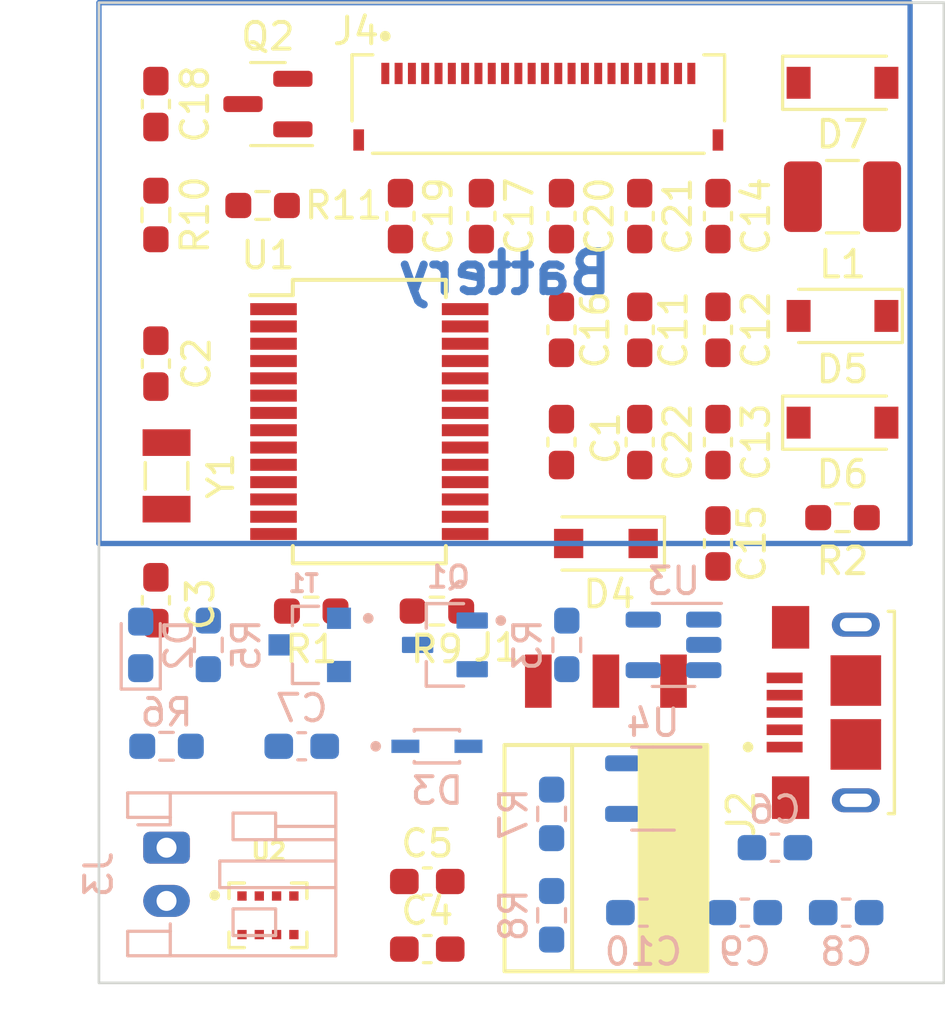
<source format=kicad_pcb>
(kicad_pcb (version 20211014) (generator pcbnew)
  (layers (0 "F.Cu" signal) (31 "B.Cu" signal) (34 "B.Paste" user) (35 "F.Paste" user) (36 "B.SilkS" user "B.Silkscreen") (37 "F.SilkS" user "F.Silkscreen") (38 "B.Mask" user) (39 "F.Mask" user) (44 "Edge.Cuts" user))
  (net 0 "")
  (net 1 "+3.3V")
  (net 2 "GND")
  (net 3 "/OSC1")
  (net 4 "/OSC2")
  (net 5 "+5V")
  (net 6 "+BATT")
  (net 7 "Net-(C8-Pad1)")
  (net 8 "/BATT_V")
  (net 9 "/Screen/VDD")
  (net 10 "Net-(C12-Pad1)")
  (net 11 "Net-(C12-Pad2)")
  (net 12 "/Screen/PREVGL")
  (net 13 "Net-(C13-Pad2)")
  (net 14 "/Screen/PREVGH")
  (net 15 "Net-(C17-Pad1)")
  (net 16 "Net-(C18-Pad2)")
  (net 17 "Net-(C19-Pad1)")
  (net 18 "Net-(C20-Pad1)")
  (net 19 "Net-(C21-Pad1)")
  (net 20 "Net-(U1-Pad6)")
  (net 21 "Net-(D2-Pad1)")
  (net 22 "/ISCPCLK")
  (net 23 "/ISCPDAT")
  (net 24 "/~{MCLR}")
  (net 25 "/D-")
  (net 26 "/D+")
  (net 29 "/Screen/GDR")
  (net 30 "/Screen/RESE")
  (net 33 "/BUSY")
  (net 34 "/RES#")
  (net 35 "/D{slash}C#")
  (net 36 "/SS1")
  (net 37 "/SCK")
  (net 38 "/SDI")
  (net 39 "Net-(Q1-Pad2)")
  (net 40 "Net-(J2-Pad6)")
  (net 41 "Net-(U3-Pad5)")
  (net 42 "Net-(R5-Pad2)")
  (net 43 "/BATT_OFF")
  (net 48 "/SS2")
  (footprint "e-ink:XDCR_DPS310" (layer "F.Cu") (at 86.36 134.62)
    (fp_text reference "U2" (at 0.032 -2.4064) (layer "F.SilkS") (effects (font (size 0.64 0.64))))
    (fp_text value "DPS310")
    (fp_line (start -1.4635 1.2135) (end -1.4635 0.635) (layer "F.SilkS") (width 0.127))
    (fp_line (start 1.4635 -1.2135) (end 0.885 -1.2135) (layer "F.SilkS") (width 0.127))
    (fp_line (start -0.885 -1.2135) (end -1.4635 -1.2135) (layer "F.SilkS") (width 0.127))
    (fp_line (start 1.4635 -0.635) (end 1.4635 -1.2135) (layer "F.SilkS") (width 0.127))
    (fp_line (start -1.4635 -0.635) (end -1.4635 -1.2135) (layer "F.SilkS") (width 0.127))
    (fp_line (start 1.4635 1.2135) (end 1.4635 0.635) (layer "F.SilkS") (width 0.127))
    (fp_line (start 1.4635 1.2135) (end 0.885 1.2135) (layer "F.SilkS") (width 0.127))
    (fp_line (start -0.885 1.2135) (end -1.4635 1.2135) (layer "F.SilkS") (width 0.127))
    (fp_circle (center -2 -0.75) (end -1.9 -0.75) (layer "F.SilkS") (width 0.2) (fill none))
    (pad "1" smd rect locked (at -0.975 -0.725) (size 0.35 0.35) (layers "F.Cu" "F.Mask") (net 2 "GND"))
    (pad "2" smd rect locked (at -0.325 -0.725) (size 0.35 0.35) (layers "F.Cu" "F.Mask") (net 48 "/SS2"))
    (pad "3" smd rect locked (at 0.325 -0.725) (size 0.35 0.35) (layers "F.Cu" "F.Mask") (net 38 "/SDI"))
    (pad "4" smd rect locked (at 0.975 -0.725) (size 0.35 0.35) (layers "F.Cu" "F.Mask") (net 37 "/SCK"))
    (pad "5" smd rect locked (at 0.975 0.725) (size 0.35 0.35) (layers "F.Cu" "F.Mask"))
    (pad "6" smd rect locked (at 0.325 0.725) (size 0.35 0.35) (layers "F.Cu" "F.Mask") (net 1 "+3.3V"))
    (pad "7" smd rect locked (at -0.325 0.725) (size 0.35 0.35) (layers "F.Cu" "F.Mask") (net 2 "GND"))
    (pad "8" smd rect locked (at -0.975 0.725) (size 0.35 0.35) (layers "F.Cu" "F.Mask") (net 1 "+3.3V"))
  )
  (footprint "Package_TO_SOT_SMD:SOT-23" (layer "F.Cu") (at 86.36 104.14 180)
    (fp_text reference "Q2" (at 0 2.54) (layer "F.SilkS"))
    (fp_text value "AO3418")
    (fp_line (start 0 -1.56) (end 0.65 -1.56) (layer "F.SilkS") (width 0.12))
    (fp_line (start 0 1.56) (end -0.65 1.56) (layer "F.SilkS") (width 0.12))
    (fp_line (start 0 1.56) (end 0.65 1.56) (layer "F.SilkS") (width 0.12))
    (fp_line (start 0 -1.56) (end -1.675 -1.56) (layer "F.SilkS") (width 0.12))
    (pad "1" smd roundrect (at -0.9375 -0.95 180) (size 1.475 0.6) (layers "F.Cu" "F.Paste" "F.Mask") (net 29 "/Screen/GDR"))
    (pad "2" smd roundrect (at -0.9375 0.95 180) (size 1.475 0.6) (layers "F.Cu" "F.Paste" "F.Mask") (net 30 "/Screen/RESE"))
    (pad "3" smd roundrect (at 0.9375 0 180) (size 1.475 0.6) (layers "F.Cu" "F.Paste" "F.Mask") (net 10 "Net-(C12-Pad1)"))
  )
  (footprint "Diode_SMD:D_SOD-123" (layer "F.Cu") (at 107.95 116.11)
    (fp_text reference "D6" (at 0 1.94) (layer "F.SilkS"))
    (fp_text value "MBR0530")
    (fp_line (start -2.25 -1) (end 1.65 -1) (layer "F.SilkS") (width 0.12))
    (fp_line (start -2.25 -1) (end -2.25 1) (layer "F.SilkS") (width 0.12))
    (fp_line (start -2.25 1) (end 1.65 1) (layer "F.SilkS") (width 0.12))
    (pad "1" smd rect (at -1.65 0) (size 0.9 1.2) (layers "F.Cu" "F.Paste" "F.Mask") (net 13 "Net-(C13-Pad2)"))
    (pad "2" smd rect (at 1.65 0) (size 0.9 1.2) (layers "F.Cu" "F.Paste" "F.Mask") (net 11 "Net-(C12-Pad2)"))
  )
  (footprint "Resistor_SMD:R_0603_1608Metric_Pad0.98x0.95mm_HandSolder" (layer "F.Cu") (at 87.9875 123.19 180)
    (fp_text reference "R1" (at 0 -1.43) (layer "F.SilkS"))
    (fp_text value "10k")
    (fp_line (start -0.254724 -0.5225) (end 0.254724 -0.5225) (layer "F.SilkS") (width 0.12))
    (fp_line (start -0.254724 0.5225) (end 0.254724 0.5225) (layer "F.SilkS") (width 0.12))
    (pad "1" smd roundrect (at -0.9125 0 180) (size 0.975 0.95) (layers "F.Cu" "F.Paste" "F.Mask") (net 1 "+3.3V"))
    (pad "2" smd roundrect (at 0.9125 0 180) (size 0.975 0.95) (layers "F.Cu" "F.Paste" "F.Mask") (net 24 "/~{MCLR}"))
  )
  (footprint "Resistor_SMD:R_0603_1608Metric_Pad0.98x0.95mm_HandSolder" (layer "F.Cu") (at 107.95 119.68 180)
    (fp_text reference "R2" (at 0 -1.63) (layer "F.SilkS"))
    (fp_text value "1M")
    (fp_line (start -0.254724 0.5225) (end 0.254724 0.5225) (layer "F.SilkS") (width 0.12))
    (fp_line (start -0.254724 -0.5225) (end 0.254724 -0.5225) (layer "F.SilkS") (width 0.12))
    (pad "1" smd roundrect (at -0.9125 0 180) (size 0.975 0.95) (layers "F.Cu" "F.Paste" "F.Mask") (net 2 "GND"))
    (pad "2" smd roundrect (at 0.9125 0 180) (size 0.975 0.95) (layers "F.Cu" "F.Paste" "F.Mask") (net 40 "Net-(J2-Pad6)"))
  )
  (footprint "e-ink:PinHeader_3x2.54_SMD_90deg" (layer "F.Cu") (at 101.6 125.8225 180)
    (fp_text reference "J1" (at 6.65 1.2625) (layer "F.SilkS"))
    (fp_text value "Conn_01x03_Female")
    (fp_line (start -1.27 -2.4) (end 6.35 -2.4) (layer "F.SilkS") (width 0.15))
    (fp_line (start -1.27 -2.4) (end -1.27 -10.9) (layer "F.SilkS") (width 0.15))
    (fp_line (start 6.35 -2.4) (end 6.35 -10.9) (layer "F.SilkS") (width 0.15))
    (fp_line (start -1.27 -10.9) (end 6.35 -10.9) (layer "F.SilkS") (width 0.15))
    (fp_line (start 3.81 -2.4) (end 3.81 -10.9) (layer "F.SilkS") (width 0.15))
    (fp_line (start 1.27 -2.4) (end 1.27 -10.9) (layer "F.SilkS") (width 0.15))
    (fp_poly (pts (xy -1.2192 -10.8458) (xy 1.2192 -10.8458) (xy 1.2192 -2.4638) (xy -1.2192 -2.4638)) (layer "F.SilkS") (width 0.15) (fill solid))
    (pad "1" smd rect (at 0 0 180) (size 1 2) (layers "F.Cu" "F.Paste" "F.Mask") (net 22 "/ISCPCLK"))
    (pad "2" smd rect (at 2.54 0 180) (size 1 2) (layers "F.Cu" "F.Paste" "F.Mask") (net 23 "/ISCPDAT"))
    (pad "3" smd rect (at 5.08 0 180) (size 1 2) (layers "F.Cu" "F.Paste" "F.Mask") (net 24 "/~{MCLR}"))
  )
  (footprint "Capacitor_SMD:C_0603_1608Metric_Pad1.08x0.95mm_HandSolder" (layer "F.Cu") (at 103.27 120.65 -90)
    (fp_text reference "C15" (at 0 -1.27 90) (layer "F.SilkS"))
    (fp_text value "1uF")
    (fp_line (start -0.146267 -0.51) (end 0.146267 -0.51) (layer "F.SilkS") (width 0.12))
    (fp_line (start -0.146267 0.51) (end 0.146267 0.51) (layer "F.SilkS") (width 0.12))
    (pad "1" smd roundrect (at -0.8625 0 270) (size 1.075 0.95) (layers "F.Cu" "F.Paste" "F.Mask") (net 1 "+3.3V"))
    (pad "2" smd roundrect (at 0.8625 0 270) (size 1.075 0.95) (layers "F.Cu" "F.Paste" "F.Mask") (net 2 "GND"))
  )
  (footprint "Capacitor_SMD:C_0603_1608Metric_Pad1.08x0.95mm_HandSolder" (layer "F.Cu") (at 82.15 104.14 90)
    (fp_text reference "C18" (at 0 1.47 90) (layer "F.SilkS"))
    (fp_text value "1uF")
    (fp_line (start -0.146267 0.51) (end 0.146267 0.51) (layer "F.SilkS") (width 0.12))
    (fp_line (start -0.146267 -0.51) (end 0.146267 -0.51) (layer "F.SilkS") (width 0.12))
    (pad "1" smd roundrect (at -0.8625 0 90) (size 1.075 0.95) (layers "F.Cu" "F.Paste" "F.Mask") (net 2 "GND"))
    (pad "2" smd roundrect (at 0.8625 0 90) (size 1.075 0.95) (layers "F.Cu" "F.Paste" "F.Mask") (net 16 "Net-(C18-Pad2)"))
  )
  (footprint "Capacitor_SMD:C_0603_1608Metric_Pad1.08x0.95mm_HandSolder" (layer "F.Cu") (at 100.33 112.6225 90)
    (fp_text reference "C11" (at 0 1.27 90) (layer "F.SilkS"))
    (fp_text value "1uF")
    (fp_line (start -0.146267 -0.51) (end 0.146267 -0.51) (layer "F.SilkS") (width 0.12))
    (fp_line (start -0.146267 0.51) (end 0.146267 0.51) (layer "F.SilkS") (width 0.12))
    (pad "1" smd roundrect (at -0.8625 0 90) (size 1.075 0.95) (layers "F.Cu" "F.Paste" "F.Mask") (net 2 "GND"))
    (pad "2" smd roundrect (at 0.8625 0 90) (size 1.075 0.95) (layers "F.Cu" "F.Paste" "F.Mask") (net 9 "/Screen/VDD"))
  )
  (footprint "Capacitor_SMD:C_0603_1608Metric_Pad1.08x0.95mm_HandSolder" (layer "F.Cu") (at 103.27 116.84 -90)
    (fp_text reference "C13" (at 0 -1.43 -90) (layer "F.SilkS"))
    (fp_text value "1uF")
    (fp_line (start -0.146267 0.51) (end 0.146267 0.51) (layer "F.SilkS") (width 0.12))
    (fp_line (start -0.146267 -0.51) (end 0.146267 -0.51) (layer "F.SilkS") (width 0.12))
    (pad "1" smd roundrect (at -0.8625 0 270) (size 1.075 0.95) (layers "F.Cu" "F.Paste" "F.Mask") (net 12 "/Screen/PREVGL"))
    (pad "2" smd roundrect (at 0.8625 0 270) (size 1.075 0.95) (layers "F.Cu" "F.Paste" "F.Mask") (net 13 "Net-(C13-Pad2)"))
  )
  (footprint "e-ink:AMPHENOL_10118193-0001LF" (layer "F.Cu") (at 108.45 127 90)
    (fp_text reference "J2" (at -3.81 -4.31 90) (layer "F.SilkS"))
    (fp_text value "USB_B_Micro")
    (fp_line (start 3.8 1.45) (end 3.8 1.22) (layer "F.SilkS") (width 0.127))
    (fp_line (start -3.8 1.45) (end -3.8 1.22) (layer "F.SilkS") (width 0.127))
    (fp_line (start -3.8 1.45) (end 3.8 1.45) (layer "F.SilkS") (width 0.127))
    (fp_circle (center -1.3 -4.05) (end -1.2 -4.05) (layer "F.SilkS") (width 0.2) (fill none))
    (pad "1" smd rect locked (at -1.3 -2.675 90) (size 0.4 1.35) (layers "F.Cu" "F.Paste" "F.Mask") (net 5 "+5V"))
    (pad "2" smd rect locked (at -0.65 -2.675 90) (size 0.4 1.35) (layers "F.Cu" "F.Paste" "F.Mask") (net 25 "/D-"))
    (pad "3" smd rect locked (at 0 -2.675 90) (size 0.4 1.35) (layers "F.Cu" "F.Paste" "F.Mask") (net 26 "/D+"))
    (pad "4" smd rect locked (at 0.65 -2.675 90) (size 0.4 1.35) (layers "F.Cu" "F.Paste" "F.Mask"))
    (pad "5" smd rect locked (at 1.3 -2.675 90) (size 0.4 1.35) (layers "F.Cu" "F.Paste" "F.Mask") (net 2 "GND"))
    (pad "S1" smd rect locked (at -3.2 -2.45 90) (size 1.6 1.4) (layers "F.Cu" "F.Paste" "F.Mask"))
    (pad "S2" smd rect locked (at 3.2 -2.45 90) (size 1.6 1.4) (layers "F.Cu" "F.Paste" "F.Mask"))
    (pad "S3" smd rect locked (at 1.2 0 90) (size 1.9 1.9) (layers "F.Cu" "F.Paste" "F.Mask"))
    (pad "S4" smd rect locked (at -1.2 0 90) (size 1.9 1.9) (layers "F.Cu" "F.Paste" "F.Mask"))
    (pad "S5" thru_hole oval locked (at -3.3 0 90) (size 0.9 1.8) (drill oval 0.5 1.2) (layers *.Cu *.Mask))
    (pad "S6" thru_hole oval locked (at 3.3 0 90) (size 0.9 1.8) (drill oval 0.5 1.2) (layers *.Cu *.Mask))
  )
  (footprint "Resistor_SMD:R_0603_1608Metric_Pad0.98x0.95mm_HandSolder" (layer "F.Cu") (at 86.16 107.95 180)
    (fp_text reference "R11" (at -3.04 0) (layer "F.SilkS"))
    (fp_text value "2R2")
    (fp_line (start -0.254724 -0.5225) (end 0.254724 -0.5225) (layer "F.SilkS") (width 0.12))
    (fp_line (start -0.254724 0.5225) (end 0.254724 0.5225) (layer "F.SilkS") (width 0.12))
    (pad "1" smd roundrect (at -0.9125 0 180) (size 0.975 0.95) (layers "F.Cu" "F.Paste" "F.Mask") (net 30 "/Screen/RESE"))
    (pad "2" smd roundrect (at 0.9125 0 180) (size 0.975 0.95) (layers "F.Cu" "F.Paste" "F.Mask") (net 2 "GND"))
  )
  (footprint "Capacitor_SMD:C_0603_1608Metric_Pad1.08x0.95mm_HandSolder" (layer "F.Cu") (at 97.39 108.35 -90)
    (fp_text reference "C20" (at 0 -1.43 90) (layer "F.SilkS"))
    (fp_text value "1uF")
    (fp_line (start -0.146267 -0.51) (end 0.146267 -0.51) (layer "F.SilkS") (width 0.12))
    (fp_line (start -0.146267 0.51) (end 0.146267 0.51) (layer "F.SilkS") (width 0.12))
    (pad "1" smd roundrect (at -0.8625 0 270) (size 1.075 0.95) (layers "F.Cu" "F.Paste" "F.Mask") (net 18 "Net-(C20-Pad1)"))
    (pad "2" smd roundrect (at 0.8625 0 270) (size 1.075 0.95) (layers "F.Cu" "F.Paste" "F.Mask") (net 2 "GND"))
  )
  (footprint "Diode_SMD:D_SOD-123F" (layer "F.Cu") (at 99.06 120.65 180)
    (fp_text reference "D4" (at -0.127 -1.905) (layer "F.SilkS"))
    (fp_text value "SMF5.0A")
    (fp_line (start -2.2 -1) (end 1.65 -1) (layer "F.SilkS") (width 0.12))
    (fp_line (start -2.2 -1) (end -2.2 1) (layer "F.SilkS") (width 0.12))
    (fp_line (start -2.2 1) (end 1.65 1) (layer "F.SilkS") (width 0.12))
    (pad "1" smd rect (at -1.4 0 180) (size 1.1 1.1) (layers "F.Cu" "F.Paste" "F.Mask") (net 5 "+5V"))
    (pad "2" smd rect (at 1.4 0 180) (size 1.1 1.1) (layers "F.Cu" "F.Paste" "F.Mask") (net 2 "GND"))
  )
  (footprint "Resistor_SMD:R_0603_1608Metric_Pad0.98x0.95mm_HandSolder" (layer "F.Cu") (at 92.71 123.19 180)
    (fp_text reference "R9" (at 0 -1.43) (layer "F.SilkS"))
    (fp_text value "0R")
    (fp_line (start -0.254724 0.5225) (end 0.254724 0.5225) (layer "F.SilkS") (width 0.12))
    (fp_line (start -0.254724 -0.5225) (end 0.254724 -0.5225) (layer "F.SilkS") (width 0.12))
    (pad "1" smd roundrect (at -0.9125 0 180) (size 0.975 0.95) (layers "F.Cu" "F.Paste" "F.Mask") (net 9 "/Screen/VDD"))
    (pad "2" smd roundrect (at 0.9125 0 180) (size 0.975 0.95) (layers "F.Cu" "F.Paste" "F.Mask") (net 1 "+3.3V"))
  )
  (footprint "Capacitor_SMD:C_0603_1608Metric_Pad1.08x0.95mm_HandSolder" (layer "F.Cu") (at 92.3475 133.35)
    (fp_text reference "C5" (at 0 -1.43) (layer "F.SilkS"))
    (fp_text value "100nF")
    (fp_line (start -0.146267 0.51) (end 0.146267 0.51) (layer "F.SilkS") (width 0.12))
    (fp_line (start -0.146267 -0.51) (end 0.146267 -0.51) (layer "F.SilkS") (width 0.12))
    (pad "1" smd roundrect (at -0.8625 0) (size 1.075 0.95) (layers "F.Cu" "F.Paste" "F.Mask") (net 1 "+3.3V"))
    (pad "2" smd roundrect (at 0.8625 0) (size 1.075 0.95) (layers "F.Cu" "F.Paste" "F.Mask") (net 2 "GND"))
  )
  (footprint "Capacitor_SMD:C_0603_1608Metric_Pad1.08x0.95mm_HandSolder" (layer "F.Cu") (at 97.39 116.84 -90)
    (fp_text reference "C1" (at -0.146267 -1.67 90) (layer "F.SilkS"))
    (fp_text value "0.1uF")
    (fp_line (start -0.146267 -0.51) (end 0.146267 -0.51) (layer "F.SilkS") (width 0.12))
    (fp_line (start -0.146267 0.51) (end 0.146267 0.51) (layer "F.SilkS") (width 0.12))
    (pad "1" smd roundrect (at -0.8625 0 270) (size 1.075 0.95) (layers "F.Cu" "F.Paste" "F.Mask") (net 1 "+3.3V"))
    (pad "2" smd roundrect (at 0.8625 0 270) (size 1.075 0.95) (layers "F.Cu" "F.Paste" "F.Mask") (net 2 "GND"))
  )
  (footprint "Capacitor_SMD:C_0603_1608Metric_Pad1.08x0.95mm_HandSolder" (layer "F.Cu") (at 103.27 108.35 -90)
    (fp_text reference "C14" (at 0 -1.43 90) (layer "F.SilkS"))
    (fp_text value "1uF")
    (fp_line (start -0.146267 0.51) (end 0.146267 0.51) (layer "F.SilkS") (width 0.12))
    (fp_line (start -0.146267 -0.51) (end 0.146267 -0.51) (layer "F.SilkS") (width 0.12))
    (pad "1" smd roundrect (at -0.8625 0 270) (size 1.075 0.95) (layers "F.Cu" "F.Paste" "F.Mask") (net 14 "/Screen/PREVGH"))
    (pad "2" smd roundrect (at 0.8625 0 270) (size 1.075 0.95) (layers "F.Cu" "F.Paste" "F.Mask") (net 2 "GND"))
  )
  (footprint "Capacitor_SMD:C_0603_1608Metric_Pad1.08x0.95mm_HandSolder" (layer "F.Cu") (at 100.33 108.35 -90)
    (fp_text reference "C21" (at 0 -1.43 90) (layer "F.SilkS"))
    (fp_text value "1uF")
    (fp_line (start -0.146267 0.51) (end 0.146267 0.51) (layer "F.SilkS") (width 0.12))
    (fp_line (start -0.146267 -0.51) (end 0.146267 -0.51) (layer "F.SilkS") (width 0.12))
    (pad "1" smd roundrect (at -0.8625 0 270) (size 1.075 0.95) (layers "F.Cu" "F.Paste" "F.Mask") (net 19 "Net-(C21-Pad1)"))
    (pad "2" smd roundrect (at 0.8625 0 270) (size 1.075 0.95) (layers "F.Cu" "F.Paste" "F.Mask") (net 2 "GND"))
  )
  (footprint "e-ink:PANASONIC_AYF532435" (layer "F.Cu") (at 96.52 104.14)
    (fp_text reference "J4" (at -6.85 -2.74) (layer "F.SilkS"))
    (fp_text value "EINK")
    (fp_line (start 7 -1.85) (end 7 0.63) (layer "F.SilkS") (width 0.127))
    (fp_line (start -7 -1.85) (end -6.22 -1.85) (layer "F.SilkS") (width 0.127))
    (fp_line (start 6.22 -1.85) (end 7 -1.85) (layer "F.SilkS") (width 0.127))
    (fp_line (start -6.23 1.85) (end 6.23 1.85) (layer "F.SilkS") (width 0.127))
    (fp_line (start -7 0.63) (end -7 -1.85) (layer "F.SilkS") (width 0.127))
    (fp_circle (center -5.75 -2.55) (end -5.65 -2.55) (layer "F.SilkS") (width 0.2) (fill none))
    (pad "1" smd rect locked (at -5.75 -1.15) (size 0.3 0.8) (layers "F.Cu" "F.Mask"))
    (pad "2" smd rect locked (at -5.25 -1.15) (size 0.3 0.8) (layers "F.Cu" "F.Mask") (net 29 "/Screen/GDR"))
    (pad "3" smd rect locked (at -4.75 -1.15) (size 0.3 0.8) (layers "F.Cu" "F.Mask") (net 30 "/Screen/RESE"))
    (pad "4" smd rect locked (at -4.25 -1.15) (size 0.3 0.8) (layers "F.Cu" "F.Mask") (net 16 "Net-(C18-Pad2)"))
    (pad "5" smd rect locked (at -3.75 -1.15) (size 0.3 0.8) (layers "F.Cu" "F.Mask") (net 17 "Net-(C19-Pad1)"))
    (pad "6" smd rect locked (at -3.25 -1.15) (size 0.3 0.8) (layers "F.Cu" "F.Mask"))
    (pad "7" smd rect locked (at -2.75 -1.15) (size 0.3 0.8) (layers "F.Cu" "F.Mask"))
    (pad "8" smd rect locked (at -2.25 -1.15) (size 0.3 0.8) (layers "F.Cu" "F.Mask") (net 2 "GND"))
    (pad "9" smd rect locked (at -1.75 -1.15) (size 0.3 0.8) (layers "F.Cu" "F.Mask") (net 33 "/BUSY"))
    (pad "10" smd rect locked (at -1.25 -1.15) (size 0.3 0.8) (layers "F.Cu" "F.Mask") (net 34 "/RES#"))
    (pad "11" smd rect locked (at -0.75 -1.15) (size 0.3 0.8) (layers "F.Cu" "F.Mask") (net 35 "/D{slash}C#"))
    (pad "12" smd rect locked (at -0.25 -1.15) (size 0.3 0.8) (layers "F.Cu" "F.Mask") (net 36 "/SS1"))
    (pad "13" smd rect locked (at 0.25 -1.15) (size 0.3 0.8) (layers "F.Cu" "F.Mask") (net 37 "/SCK"))
    (pad "14" smd rect locked (at 0.75 -1.15) (size 0.3 0.8) (layers "F.Cu" "F.Mask") (net 38 "/SDI"))
    (pad "15" smd rect locked (at 1.25 -1.15) (size 0.3 0.8) (layers "F.Cu" "F.Mask") (net 1 "+3.3V"))
    (pad "16" smd rect locked (at 1.75 -1.15) (size 0.3 0.8) (layers "F.Cu" "F.Mask") (net 1 "+3.3V"))
    (pad "17" smd rect locked (at 2.25 -1.15) (size 0.3 0.8) (layers "F.Cu" "F.Mask") (net 2 "GND"))
    (pad "18" smd rect locked (at 2.75 -1.15) (size 0.3 0.8) (layers "F.Cu" "F.Mask") (net 9 "/Screen/VDD"))
    (pad "19" smd rect locked (at 3.25 -1.15) (size 0.3 0.8) (layers "F.Cu" "F.Mask") (net 2 "GND"))
    (pad "20" smd rect locked (at 3.75 -1.15) (size 0.3 0.8) (layers "F.Cu" "F.Mask") (net 15 "Net-(C17-Pad1)"))
    (pad "21" smd rect locked (at 4.25 -1.15) (size 0.3 0.8) (layers "F.Cu" "F.Mask") (net 14 "/Screen/PREVGH"))
    (pad "22" smd rect locked (at 4.75 -1.15) (size 0.3 0.8) (layers "F.Cu" "F.Mask") (net 18 "Net-(C20-Pad1)"))
    (pad "23" smd rect locked (at 5.25 -1.15) (size 0.3 0.8) (layers "F.Cu" "F.Mask") (net 12 "/Screen/PREVGL"))
    (pad "24" smd rect locked (at 5.75 -1.15) (size 0.3 0.8) (layers "F.Cu" "F.Mask") (net 19 "Net-(C21-Pad1)"))
    (pad "S1" smd rect locked (at -6.75 1.35) (size 0.4 0.8) (layers "F.Cu" "F.Paste" "F.Mask"))
    (pad "S2" smd rect locked (at 6.75 1.35) (size 0.4 0.8) (layers "F.Cu" "F.Paste" "F.Mask"))
  )
  (footprint "Diode_SMD:D_SOD-123" (layer "F.Cu") (at 107.95 103.34)
    (fp_text reference "D7" (at 0 1.94) (layer "F.SilkS"))
    (fp_text value "MBR0530")
    (fp_line (start -2.25 1) (end 1.65 1) (layer "F.SilkS") (width 0.12))
    (fp_line (start -2.25 -1) (end -2.25 1) (layer "F.SilkS") (width 0.12))
    (fp_line (start -2.25 -1) (end 1.65 -1) (layer "F.SilkS") (width 0.12))
    (pad "1" smd rect (at -1.65 0) (size 0.9 1.2) (layers "F.Cu" "F.Paste" "F.Mask") (net 14 "/Screen/PREVGH"))
    (pad "2" smd rect (at 1.65 0) (size 0.9 1.2) (layers "F.Cu" "F.Paste" "F.Mask") (net 10 "Net-(C12-Pad1)"))
  )
  (footprint "Capacitor_SMD:C_0603_1608Metric_Pad1.08x0.95mm_HandSolder" (layer "F.Cu") (at 82.15 113.8925 -90)
    (fp_text reference "C2" (at 0 -1.53 90) (layer "F.SilkS"))
    (fp_text value "7pF")
    (fp_line (start -0.146267 0.51) (end 0.146267 0.51) (layer "F.SilkS") (width 0.12))
    (fp_line (start -0.146267 -0.51) (end 0.146267 -0.51) (layer "F.SilkS") (width 0.12))
    (pad "1" smd roundrect (at -0.8625 0 270) (size 1.075 0.95) (layers "F.Cu" "F.Paste" "F.Mask") (net 2 "GND"))
    (pad "2" smd roundrect (at 0.8625 0 270) (size 1.075 0.95) (layers "F.Cu" "F.Paste" "F.Mask") (net 3 "/OSC1"))
  )
  (footprint "e-ink:XTAL_FC-135R_32.7680KA-AG0" (layer "F.Cu") (at 82.55 118.11 90)
    (fp_text reference "Y1" (at 0 2.04 90) (layer "F.SilkS") (effects (font (size 0.940087 0.940087))))
    (fp_text value "32.768kHz")
    (fp_line (start -0.5 0.8) (end 0.5 0.8) (layer "F.SilkS") (width 0.127))
    (fp_line (start -0.5 -0.8) (end 0.5 -0.8) (layer "F.SilkS") (width 0.127))
    (pad "1" smd rect locked (at -1.25 0 90) (size 1 1.8) (layers "F.Cu" "F.Paste" "F.Mask") (net 4 "/OSC2"))
    (pad "2" smd rect locked (at 1.25 0 90) (size 1 1.8) (layers "F.Cu" "F.Paste" "F.Mask") (net 3 "/OSC1"))
  )
  (footprint "Capacitor_SMD:C_0603_1608Metric_Pad1.08x0.95mm_HandSolder" (layer "F.Cu") (at 91.34 108.35 -90)
    (fp_text reference "C19" (at 0 -1.43 90) (layer "F.SilkS"))
    (fp_text value "1uF")
    (fp_line (start -0.146267 -0.51) (end 0.146267 -0.51) (layer "F.SilkS") (width 0.12))
    (fp_line (start -0.146267 0.51) (end 0.146267 0.51) (layer "F.SilkS") (width 0.12))
    (pad "1" smd roundrect (at -0.8625 0 270) (size 1.075 0.95) (layers "F.Cu" "F.Paste" "F.Mask") (net 17 "Net-(C19-Pad1)"))
    (pad "2" smd roundrect (at 0.8625 0 270) (size 1.075 0.95) (layers "F.Cu" "F.Paste" "F.Mask") (net 2 "GND"))
  )
  (footprint "Package_SO:SSOP-28_5.3x10.2mm_P0.65mm" (layer "F.Cu") (at 90.17 116.07)
    (fp_text reference "U1" (at -3.81 -6.25) (layer "F.SilkS"))
    (fp_text value "PIC18F27J53_ISS")
    (fp_line (start 2.875 -5.325) (end 2.875 -4.675) (layer "F.SilkS") (width 0.15))
    (fp_line (start -2.875 -5.325) (end 2.875 -5.325) (layer "F.SilkS") (width 0.15))
    (fp_line (start -2.875 -4.75) (end -4.475 -4.75) (layer "F.SilkS") (width 0.15))
    (fp_line (start -2.875 5.325) (end -2.875 4.675) (layer "F.SilkS") (width 0.15))
    (fp_line (start 2.875 5.325) (end 2.875 4.675) (layer "F.SilkS") (width 0.15))
    (fp_line (start -2.875 5.325) (end 2.875 5.325) (layer "F.SilkS") (width 0.15))
    (fp_line (start -2.875 -5.325) (end -2.875 -4.75) (layer "F.SilkS") (width 0.15))
    (pad "1" smd rect (at -3.6 -4.225) (size 1.75 0.45) (layers "F.Cu" "F.Paste" "F.Mask") (net 24 "/~{MCLR}"))
    (pad "2" smd rect (at -3.6 -3.575) (size 1.75 0.45) (layers "F.Cu" "F.Paste" "F.Mask") (net 43 "/BATT_OFF"))
    (pad "3" smd rect (at -3.6 -2.925) (size 1.75 0.45) (layers "F.Cu" "F.Paste" "F.Mask") (net 8 "/BATT_V"))
    (pad "4" smd rect (at -3.6 -2.275) (size 1.75 0.45) (layers "F.Cu" "F.Paste" "F.Mask") (net 5 "+5V"))
    (pad "5" smd rect (at -3.6 -1.625) (size 1.75 0.45) (layers "F.Cu" "F.Paste" "F.Mask"))
    (pad "6" smd rect (at -3.6 -0.975) (size 1.75 0.45) (layers "F.Cu" "F.Paste" "F.Mask") (net 20 "Net-(U1-Pad6)"))
    (pad "7" smd rect (at -3.6 -0.325) (size 1.75 0.45) (layers "F.Cu" "F.Paste" "F.Mask"))
    (pad "8" smd rect (at -3.6 0.325) (size 1.75 0.45) (layers "F.Cu" "F.Paste" "F.Mask") (net 2 "GND"))
    (pad "9" smd rect (at -3.6 0.975) (size 1.75 0.45) (layers "F.Cu" "F.Paste" "F.Mask"))
    (pad "10" smd rect (at -3.6 1.625) (size 1.75 0.45) (layers "F.Cu" "F.Paste" "F.Mask"))
    (pad "11" smd rect (at -3.6 2.275) (size 1.75 0.45) (layers "F.Cu" "F.Paste" "F.Mask") (net 3 "/OSC1"))
    (pad "12" smd rect (at -3.6 2.925) (size 1.75 0.45) (layers "F.Cu" "F.Paste" "F.Mask") (net 4 "/OSC2"))
    (pad "13" smd rect (at -3.6 3.575) (size 1.75 0.45) (layers "F.Cu" "F.Paste" "F.Mask") (net 48 "/SS2"))
    (pad "14" smd rect (at -3.6 4.225) (size 1.75 0.45) (layers "F.Cu" "F.Paste" "F.Mask") (net 1 "+3.3V"))
    (pad "15" smd rect (at 3.6 4.225) (size 1.75 0.45) (layers "F.Cu" "F.Paste" "F.Mask") (net 25 "/D-"))
    (pad "16" smd rect (at 3.6 3.575) (size 1.75 0.45) (layers "F.Cu" "F.Paste" "F.Mask") (net 26 "/D+"))
    (pad "17" smd rect (at 3.6 2.925) (size 1.75 0.45) (layers "F.Cu" "F.Paste" "F.Mask"))
    (pad "18" smd rect (at 3.6 2.275) (size 1.75 0.45) (layers "F.Cu" "F.Paste" "F.Mask"))
    (pad "19" smd rect (at 3.6 1.625) (size 1.75 0.45) (layers "F.Cu" "F.Paste" "F.Mask") (net 2 "GND"))
    (pad "20" smd rect (at 3.6 0.975) (size 1.75 0.45) (layers "F.Cu" "F.Paste" "F.Mask") (net 1 "+3.3V"))
    (pad "21" smd rect (at 3.6 0.325) (size 1.75 0.45) (layers "F.Cu" "F.Paste" "F.Mask") (net 38 "/SDI"))
    (pad "22" smd rect (at 3.6 -0.325) (size 1.75 0.45) (layers "F.Cu" "F.Paste" "F.Mask") (net 37 "/SCK"))
    (pad "23" smd rect (at 3.6 -0.975) (size 1.75 0.45) (layers "F.Cu" "F.Paste" "F.Mask") (net 36 "/SS1"))
    (pad "24" smd rect (at 3.6 -1.625) (size 1.75 0.45) (layers "F.Cu" "F.Paste" "F.Mask") (net 35 "/D{slash}C#"))
    (pad "25" smd rect (at 3.6 -2.275) (size 1.75 0.45) (layers "F.Cu" "F.Paste" "F.Mask") (net 33 "/BUSY"))
    (pad "26" smd rect (at 3.6 -2.925) (size 1.75 0.45) (layers "F.Cu" "F.Paste" "F.Mask") (net 34 "/RES#"))
    (pad "27" smd rect (at 3.6 -3.575) (size 1.75 0.45) (layers "F.Cu" "F.Paste" "F.Mask") (net 22 "/ISCPCLK"))
    (pad "28" smd rect (at 3.6 -4.225) (size 1.75 0.45) (layers "F.Cu" "F.Paste" "F.Mask") (net 23 "/ISCPDAT"))
  )
  (footprint "Resistor_SMD:R_0603_1608Metric_Pad0.98x0.95mm_HandSolder" (layer "F.Cu") (at 82.15 108.3075 90)
    (fp_text reference "R10" (at 0 1.47 90) (layer "F.SilkS"))
    (fp_text value "10k")
    (fp_line (start -0.254724 -0.5225) (end 0.254724 -0.5225) (layer "F.SilkS") (width 0.12))
    (fp_line (start -0.254724 0.5225) (end 0.254724 0.5225) (layer "F.SilkS") (width 0.12))
    (pad "1" smd roundrect (at -0.9125 0 90) (size 0.975 0.95) (layers "F.Cu" "F.Paste" "F.Mask") (net 2 "GND"))
    (pad "2" smd roundrect (at 0.9125 0 90) (size 0.975 0.95) (layers "F.Cu" "F.Paste" "F.Mask") (net 29 "/Screen/GDR"))
  )
  (footprint "Capacitor_SMD:C_0603_1608Metric_Pad1.08x0.95mm_HandSolder" (layer "F.Cu") (at 97.39 112.6225 -90)
    (fp_text reference "C16" (at 0 -1.27 90) (layer "F.SilkS"))
    (fp_text value "1uF")
    (fp_line (start -0.146267 -0.51) (end 0.146267 -0.51) (layer "F.SilkS") (width 0.12))
    (fp_line (start -0.146267 0.51) (end 0.146267 0.51) (layer "F.SilkS") (width 0.12))
    (pad "1" smd roundrect (at -0.8625 0 270) (size 1.075 0.95) (layers "F.Cu" "F.Paste" "F.Mask") (net 9 "/Screen/VDD"))
    (pad "2" smd roundrect (at 0.8625 0 270) (size 1.075 0.95) (layers "F.Cu" "F.Paste" "F.Mask") (net 2 "GND"))
  )
  (footprint "Capacitor_SMD:C_0603_1608Metric_Pad1.08x0.95mm_HandSolder" (layer "F.Cu") (at 92.3475 135.89)
    (fp_text reference "C4" (at 0 -1.43) (layer "F.SilkS"))
    (fp_text value "100nF")
    (fp_line (start -0.146267 -0.51) (end 0.146267 -0.51) (layer "F.SilkS") (width 0.12))
    (fp_line (start -0.146267 0.51) (end 0.146267 0.51) (layer "F.SilkS") (width 0.12))
    (pad "1" smd roundrect (at -0.8625 0) (size 1.075 0.95) (layers "F.Cu" "F.Paste" "F.Mask") (net 2 "GND"))
    (pad "2" smd roundrect (at 0.8625 0) (size 1.075 0.95) (layers "F.Cu" "F.Paste" "F.Mask") (net 1 "+3.3V"))
  )
  (footprint "Capacitor_SMD:C_0603_1608Metric_Pad1.08x0.95mm_HandSolder" (layer "F.Cu") (at 94.38 108.35 -90)
    (fp_text reference "C17" (at 0 -1.43 90) (layer "F.SilkS"))
    (fp_text value "1uF")
    (fp_line (start -0.146267 0.51) (end 0.146267 0.51) (layer "F.SilkS") (width 0.12))
    (fp_line (start -0.146267 -0.51) (end 0.146267 -0.51) (layer "F.SilkS") (width 0.12))
    (pad "1" smd roundrect (at -0.8625 0 270) (size 1.075 0.95) (layers "F.Cu" "F.Paste" "F.Mask") (net 15 "Net-(C17-Pad1)"))
    (pad "2" smd roundrect (at 0.8625 0 270) (size 1.075 0.95) (layers "F.Cu" "F.Paste" "F.Mask") (net 2 "GND"))
  )
  (footprint "Capacitor_SMD:C_0603_1608Metric_Pad1.08x0.95mm_HandSolder" (layer "F.Cu") (at 103.27 112.6225 -90)
    (fp_text reference "C12" (at 0 -1.43 -90) (layer "F.SilkS"))
    (fp_text value "1uF")
    (fp_line (start -0.146267 -0.51) (end 0.146267 -0.51) (layer "F.SilkS") (width 0.12))
    (fp_line (start -0.146267 0.51) (end 0.146267 0.51) (layer "F.SilkS") (width 0.12))
    (pad "1" smd roundrect (at -0.8625 0 270) (size 1.075 0.95) (layers "F.Cu" "F.Paste" "F.Mask") (net 10 "Net-(C12-Pad1)"))
    (pad "2" smd roundrect (at 0.8625 0 270) (size 1.075 0.95) (layers "F.Cu" "F.Paste" "F.Mask") (net 11 "Net-(C12-Pad2)"))
  )
  (footprint "Capacitor_SMD:C_0603_1608Metric_Pad1.08x0.95mm_HandSolder" (layer "F.Cu") (at 100.33 116.84 -90)
    (fp_text reference "C22" (at 0 -1.43 90) (layer "F.SilkS"))
    (fp_text value "10uF")
    (fp_line (start -0.146267 -0.51) (end 0.146267 -0.51) (layer "F.SilkS") (width 0.12))
    (fp_line (start -0.146267 0.51) (end 0.146267 0.51) (layer "F.SilkS") (width 0.12))
    (pad "1" smd roundrect (at -0.8625 0 270) (size 1.075 0.95) (layers "F.Cu" "F.Paste" "F.Mask") (net 2 "GND"))
    (pad "2" smd roundrect (at 0.8625 0 270) (size 1.075 0.95) (layers "F.Cu" "F.Paste" "F.Mask") (net 20 "Net-(U1-Pad6)"))
  )
  (footprint "Capacitor_SMD:C_0603_1608Metric_Pad1.08x0.95mm_HandSolder" (layer "F.Cu") (at 82.15 122.7825 90)
    (fp_text reference "C3" (at -0.146267 1.67 90) (layer "F.SilkS"))
    (fp_text value "7pF")
    (fp_line (start -0.146267 -0.51) (end 0.146267 -0.51) (layer "F.SilkS") (width 0.12))
    (fp_line (start -0.146267 0.51) (end 0.146267 0.51) (layer "F.SilkS") (width 0.12))
    (pad "1" smd roundrect (at -0.8625 0 90) (size 1.075 0.95) (layers "F.Cu" "F.Paste" "F.Mask") (net 2 "GND"))
    (pad "2" smd roundrect (at 0.8625 0 90) (size 1.075 0.95) (layers "F.Cu" "F.Paste" "F.Mask") (net 4 "/OSC2"))
  )
  (footprint "Diode_SMD:D_SOD-123" (layer "F.Cu") (at 107.95 112.1 180)
    (fp_text reference "D5" (at 0 -2) (layer "F.SilkS"))
    (fp_text value "MBR0530")
    (fp_line (start -2.25 -1) (end 1.65 -1) (layer "F.SilkS") (width 0.12))
    (fp_line (start -2.25 1) (end 1.65 1) (layer "F.SilkS") (width 0.12))
    (fp_line (start -2.25 -1) (end -2.25 1) (layer "F.SilkS") (width 0.12))
    (pad "1" smd rect (at -1.65 0 180) (size 0.9 1.2) (layers "F.Cu" "F.Paste" "F.Mask") (net 11 "Net-(C12-Pad2)"))
    (pad "2" smd rect (at 1.65 0 180) (size 0.9 1.2) (layers "F.Cu" "F.Paste" "F.Mask") (net 12 "/Screen/PREVGL"))
  )
  (footprint "Inductor_SMD:L_1210_3225Metric_Pad1.42x2.65mm_HandSolder" (layer "F.Cu") (at 107.95 107.62)
    (fp_text reference "L1" (at 0 2.54) (layer "F.SilkS"))
    (fp_text value "47uH")
    (fp_line (start -0.602064 -1.36) (end 0.602064 -1.36) (layer "F.SilkS") (width 0.12))
    (fp_line (start -0.602064 1.36) (end 0.602064 1.36) (layer "F.SilkS") (width 0.12))
    (pad "1" smd roundrect (at -1.4875 0) (size 1.425 2.65) (layers "F.Cu" "F.Paste" "F.Mask") (roundrect_rratio 0.175439) (net 9 "/Screen/VDD"))
    (pad "2" smd roundrect (at 1.4875 0) (size 1.425 2.65) (layers "F.Cu" "F.Paste" "F.Mask") (roundrect_rratio 0.175439) (net 10 "Net-(C12-Pad1)"))
  )
  (footprint "Package_TO_SOT_SMD:SOT-23-5" (layer "B.Cu") (at 100.83 129.86 180)
    (fp_text reference "U4" (at 0 2.47) (layer "B.SilkS") (effects (justify mirror)))
    (fp_text value "S-1318B33-M5T1U4")
    (fp_line (start 0 -1.56) (end 0.8 -1.56) (layer "B.SilkS") (width 0.12))
    (fp_line (start 0 1.56) (end 0.8 1.56) (layer "B.SilkS") (width 0.12))
    (fp_line (start 0 1.56) (end -1.8 1.56) (layer "B.SilkS") (width 0.12))
    (fp_line (start 0 -1.56) (end -0.8 -1.56) (layer "B.SilkS") (width 0.12))
    (pad "1" smd roundrect (at -1.1375 0.95 180) (size 1.325 0.6) (layers "B.Cu" "B.Paste" "B.Mask") (net 7 "Net-(C8-Pad1)"))
    (pad "2" smd roundrect (at -1.1375 0 180) (size 1.325 0.6) (layers "B.Cu" "B.Paste" "B.Mask") (net 2 "GND"))
    (pad "3" smd roundrect (at -1.1375 -0.95 180) (size 1.325 0.6) (layers "B.Cu" "B.Paste" "B.Mask") (net 7 "Net-(C8-Pad1)"))
    (pad "4" smd roundrect (at 1.1375 -0.95 180) (size 1.325 0.6) (layers "B.Cu" "B.Paste" "B.Mask"))
    (pad "5" smd roundrect (at 1.1375 0.95 180) (size 1.325 0.6) (layers "B.Cu" "B.Paste" "B.Mask") (net 1 "+3.3V"))
  )
  (footprint "Capacitor_SMD:C_0603_1608Metric_Pad1.08x0.95mm_HandSolder" (layer "B.Cu") (at 104.2775 134.52 180)
    (fp_text reference "C9" (at 0 -1.47) (layer "B.SilkS") (effects (justify mirror)))
    (fp_text value "1uF")
    (fp_line (start -0.146267 0.51) (end 0.146267 0.51) (layer "B.SilkS") (width 0.12))
    (fp_line (start -0.146267 -0.51) (end 0.146267 -0.51) (layer "B.SilkS") (width 0.12))
    (pad "1" smd roundrect (at -0.8625 0 180) (size 1.075 0.95) (layers "B.Cu" "B.Paste" "B.Mask") (net 1 "+3.3V"))
    (pad "2" smd roundrect (at 0.8625 0 180) (size 1.075 0.95) (layers "B.Cu" "B.Paste" "B.Mask") (net 2 "GND"))
  )
  (footprint "Connector_JST:JST_PH_S2B-PH-K_1x02_P2.00mm_Horizontal" (layer "B.Cu") (at 82.55 132.08 -90)
    (fp_text reference "J3" (at 1 2.55 90) (layer "B.SilkS") (effects (justify mirror)))
    (fp_text value "JST PH")
    (fp_line (start -0.3 -4.1) (end -0.3 -6.36) (layer "B.SilkS") (width 0.12))
    (fp_line (start 0.5 -2) (end 1.5 -2) (layer "B.SilkS") (width 0.12))
    (fp_line (start -0.86 -0.14) (end -1.14 -0.14) (layer "B.SilkS") (width 0.12))
    (fp_line (start -1.3 -2.5) (end -1.3 -4.1) (layer "B.SilkS") (width 0.12))
    (fp_line (start 4.06 -0.14) (end 3.14 -0.14) (layer "B.SilkS") (width 0.12))
    (fp_line (start 0.5 -6.36) (end 0.5 -2) (layer "B.SilkS") (width 0.12))
    (fp_line (start -0.3 -4.1) (end -0.3 -2.5) (layer "B.SilkS") (width 0.12))
    (fp_line (start -0.8 -4.1) (end -0.8 -6.36) (layer "B.SilkS") (width 0.12))
    (fp_line (start -0.3 -2.5) (end -1.3 -2.5) (layer "B.SilkS") (width 0.12))
    (fp_line (start -1.14 -0.14) (end -1.14 1.46) (layer "B.SilkS") (width 0.12))
    (fp_line (start 2.3 -2.5) (end 3.3 -2.5) (layer "B.SilkS") (width 0.12))
    (fp_line (start 3.3 -2.5) (end 3.3 -4.1) (layer "B.SilkS") (width 0.12))
    (fp_line (start 3.3 -4.1) (end 2.3 -4.1) (layer "B.SilkS") (width 0.12))
    (fp_line (start 1.5 -2) (end 1.5 -6.36) (layer "B.SilkS") (width 0.12))
    (fp_line (start -1.3 -4.1) (end -0.3 -4.1) (layer "B.SilkS") (width 0.12))
    (fp_line (start -2.06 -0.14) (end -1.14 -0.14) (layer "B.SilkS") (width 0.12))
    (fp_line (start 2.3 -4.1) (end 2.3 -2.5) (layer "B.SilkS") (width 0.12))
    (fp_line (start -1.14 1.46) (end -2.06 1.46) (layer "B.SilkS") (width 0.12))
    (fp_line (start 4.06 1.46) (end 3.14 1.46) (layer "B.SilkS") (width 0.12))
    (fp_line (start 4.06 -6.36) (end 4.06 1.46) (layer "B.SilkS") (width 0.12))
    (fp_line (start -2.06 1.46) (end -2.06 -6.36) (layer "B.SilkS") (width 0.12))
    (fp_line (start -2.06 -6.36) (end 4.06 -6.36) (layer "B.SilkS") (width 0.12))
    (fp_line (start 3.14 1.46) (end 3.14 -0.14) (layer "B.SilkS") (width 0.12))
    (fp_line (start 3.14 -0.14) (end 2.86 -0.14) (layer "B.SilkS") (width 0.12))
    (fp_line (start -0.86 -0.14) (end -0.86 1.075) (layer "B.SilkS") (width 0.12))
    (pad "1" thru_hole roundrect (at 0 0 270) (size 1.2 1.75) (drill 0.75) (layers *.Cu *.Mask) (roundrect_rratio 0.208333) (net 6 "+BATT"))
    (pad "2" thru_hole oval (at 2 0 270) (size 1.2 1.75) (drill 0.75) (layers *.Cu *.Mask) (net 2 "GND"))
  )
  (footprint "Resistor_SMD:R_0603_1608Metric_Pad0.98x0.95mm_HandSolder" (layer "B.Cu") (at 84.12 124.46 90)
    (fp_text reference "R5" (at 0 1.43 90) (layer "B.SilkS") (effects (justify mirror)))
    (fp_text value "150")
    (fp_line (start -0.254724 -0.5225) (end 0.254724 -0.5225) (layer "B.SilkS") (width 0.12))
    (fp_line (start -0.254724 0.5225) (end 0.254724 0.5225) (layer "B.SilkS") (width 0.12))
    (pad "1" smd roundrect (at -0.9125 0 90) (size 0.975 0.95) (layers "B.Cu" "B.Paste" "B.Mask") (net 21 "Net-(D2-Pad1)"))
    (pad "2" smd roundrect (at 0.9125 0 90) (size 0.975 0.95) (layers "B.Cu" "B.Paste" "B.Mask") (net 42 "Net-(R5-Pad2)"))
  )
  (footprint "Capacitor_SMD:C_0603_1608Metric_Pad1.08x0.95mm_HandSolder" (layer "B.Cu") (at 108.0875 134.52 180)
    (fp_text reference "C8" (at 0 -1.47) (layer "B.SilkS") (effects (justify mirror)))
    (fp_text value "1uF")
    (fp_line (start -0.146267 0.51) (end 0.146267 0.51) (layer "B.SilkS") (width 0.12))
    (fp_line (start -0.146267 -0.51) (end 0.146267 -0.51) (layer "B.SilkS") (width 0.12))
    (pad "1" smd roundrect (at -0.8625 0 180) (size 1.075 0.95) (layers "B.Cu" "B.Paste" "B.Mask") (net 7 "Net-(C8-Pad1)"))
    (pad "2" smd roundrect (at 0.8625 0 180) (size 1.075 0.95) (layers "B.Cu" "B.Paste" "B.Mask") (net 2 "GND"))
  )
  (footprint "Capacitor_SMD:C_0603_1608Metric_Pad1.08x0.95mm_HandSolder" (layer "B.Cu") (at 87.63 128.27 180)
    (fp_text reference "C7" (at 0 1.43) (layer "B.SilkS") (effects (justify mirror)))
    (fp_text value "4.7uF")
    (fp_line (start -0.146267 0.51) (end 0.146267 0.51) (layer "B.SilkS") (width 0.12))
    (fp_line (start -0.146267 -0.51) (end 0.146267 -0.51) (layer "B.SilkS") (width 0.12))
    (pad "1" smd roundrect (at -0.8625 0 180) (size 1.075 0.95) (layers "B.Cu" "B.Paste" "B.Mask") (net 6 "+BATT"))
    (pad "2" smd roundrect (at 0.8625 0 180) (size 1.075 0.95) (layers "B.Cu" "B.Paste" "B.Mask") (net 2 "GND"))
  )
  (footprint "Package_TO_SOT_SMD:SOT-23-5" (layer "B.Cu") (at 101.6 124.46 180)
    (fp_text reference "U3" (at 0 2.4) (layer "B.SilkS") (effects (justify mirror)))
    (fp_text value "MCP73831-2-OT")
    (fp_line (start 0 1.56) (end -1.8 1.56) (layer "B.SilkS") (width 0.12))
    (fp_line (start 0 -1.56) (end -0.8 -1.56) (layer "B.SilkS") (width 0.12))
    (fp_line (start 0 1.56) (end 0.8 1.56) (layer "B.SilkS") (width 0.12))
    (fp_line (start 0 -1.56) (end 0.8 -1.56) (layer "B.SilkS") (width 0.12))
    (pad "1" smd roundrect (at -1.1375 0.95 180) (size 1.325 0.6) (layers "B.Cu" "B.Paste" "B.Mask") (net 42 "Net-(R5-Pad2)"))
    (pad "2" smd roundrect (at -1.1375 0 180) (size 1.325 0.6) (layers "B.Cu" "B.Paste" "B.Mask") (net 2 "GND"))
    (pad "3" smd roundrect (at -1.1375 -0.95 180) (size 1.325 0.6) (layers "B.Cu" "B.Paste" "B.Mask") (net 6 "+BATT"))
    (pad "4" smd roundrect (at 1.1375 -0.95 180) (size 1.325 0.6) (layers "B.Cu" "B.Paste" "B.Mask") (net 5 "+5V"))
    (pad "5" smd roundrect (at 1.1375 0.95 180) (size 1.325 0.6) (layers "B.Cu" "B.Paste" "B.Mask") (net 41 "Net-(U3-Pad5)"))
  )
  (footprint "Resistor_SMD:R_0603_1608Metric_Pad0.98x0.95mm_HandSolder" (layer "B.Cu") (at 82.55 128.27)
    (fp_text reference "R6" (at 0 -1.27 180) (layer "B.SilkS") (effects (justify mirror)))
    (fp_text value "1k")
    (fp_line (start -0.254724 0.5225) (end 0.254724 0.5225) (layer "B.SilkS") (width 0.12))
    (fp_line (start -0.254724 -0.5225) (end 0.254724 -0.5225) (layer "B.SilkS") (width 0.12))
    (pad "1" smd roundrect (at -0.9125 0) (size 0.975 0.95) (layers "B.Cu" "B.Paste" "B.Mask") (net 5 "+5V"))
    (pad "2" smd roundrect (at 0.9125 0) (size 0.975 0.95) (layers "B.Cu" "B.Paste" "B.Mask") (net 2 "GND"))
  )
  (footprint "Resistor_SMD:R_0603_1608Metric_Pad0.98x0.95mm_HandSolder" (layer "B.Cu") (at 97.02 130.81 -90)
    (fp_text reference "R7" (at 0 1.43 90) (layer "B.SilkS") (effects (justify mirror)))
    (fp_text value "328K 0.1%")
    (fp_line (start -0.254724 0.5225) (end 0.254724 0.5225) (layer "B.SilkS") (width 0.12))
    (fp_line (start -0.254724 -0.5225) (end 0.254724 -0.5225) (layer "B.SilkS") (width 0.12))
    (pad "1" smd roundrect (at -0.9125 0 270) (size 0.975 0.95) (layers "B.Cu" "B.Paste" "B.Mask") (net 6 "+BATT"))
    (pad "2" smd roundrect (at 0.9125 0 270) (size 0.975 0.95) (layers "B.Cu" "B.Paste" "B.Mask") (net 8 "/BATT_V"))
  )
  (footprint "LED_SMD:LED_0603_1608Metric_Pad1.05x0.95mm_HandSolder" (layer "B.Cu") (at 81.58 124.46 90)
    (fp_text reference "D2" (at 0 1.43 90) (layer "B.SilkS") (effects (justify mirror)))
    (fp_text value "LED_Small")
    (fp_line (start -1.66 0.735) (end -1.66 -0.735) (layer "B.SilkS") (width 0.12))
    (fp_line (start 0.8 0.735) (end -1.66 0.735) (layer "B.SilkS") (width 0.12))
    (fp_line (start -1.66 -0.735) (end 0.8 -0.735) (layer "B.SilkS") (width 0.12))
    (pad "1" smd roundrect (at -0.875 0 90) (size 1.05 0.95) (layers "B.Cu" "B.Paste" "B.Mask") (net 21 "Net-(D2-Pad1)"))
    (pad "2" smd roundrect (at 0.875 0 90) (size 1.05 0.95) (layers "B.Cu" "B.Paste" "B.Mask") (net 5 "+5V"))
  )
  (footprint "Capacitor_SMD:C_0603_1608Metric_Pad1.08x0.95mm_HandSolder" (layer "B.Cu") (at 100.4675 134.52 180)
    (fp_text reference "C10" (at 0 -1.47) (layer "B.SilkS") (effects (justify mirror)))
    (fp_text value "0.1uF")
    (fp_line (start -0.146267 -0.51) (end 0.146267 -0.51) (layer "B.SilkS") (width 0.12))
    (fp_line (start -0.146267 0.51) (end 0.146267 0.51) (layer "B.SilkS") (width 0.12))
    (pad "1" smd roundrect (at -0.8625 0 180) (size 1.075 0.95) (layers "B.Cu" "B.Paste" "B.Mask") (net 8 "/BATT_V"))
    (pad "2" smd roundrect (at 0.8625 0 180) (size 1.075 0.95) (layers "B.Cu" "B.Paste" "B.Mask") (net 2 "GND"))
  )
  (footprint "Capacitor_SMD:C_0603_1608Metric_Pad1.08x0.95mm_HandSolder" (layer "B.Cu") (at 105.41 132.08 180)
    (fp_text reference "C6" (at 0 1.43) (layer "B.SilkS") (effects (justify mirror)))
    (fp_text value "4.7uF")
    (fp_line (start -0.146267 -0.51) (end 0.146267 -0.51) (layer "B.SilkS") (width 0.12))
    (fp_line (start -0.146267 0.51) (end 0.146267 0.51) (layer "B.SilkS") (width 0.12))
    (pad "1" smd roundrect (at -0.8625 0 180) (size 1.075 0.95) (layers "B.Cu" "B.Paste" "B.Mask") (net 5 "+5V"))
    (pad "2" smd roundrect (at 0.8625 0 180) (size 1.075 0.95) (layers "B.Cu" "B.Paste" "B.Mask") (net 2 "GND"))
  )
  (footprint "e-ink:DIO_BB914E6327HTSA1" (layer "B.Cu") (at 87.93 124.46 180)
    (fp_text reference "T1" (at 0.232 2.3064) (layer "B.SilkS") (effects (font (size 0.64 0.64)) (justify mirror)))
    (fp_text value "BSS806NEH6327XTSA1")
    (fp_line (start 0.65 -1.45) (end 0.65 -0.72) (layer "B.SilkS") (width 0.127))
    (fp_line (start 0.65 1.45) (end 0.65 0.72) (layer "B.SilkS") (width 0.127))
    (fp_line (start 0.65 -1.45) (end -0.33 -1.45) (layer "B.SilkS") (width 0.127))
    (fp_line (start -0.33 1.45) (end 0.65 1.45) (layer "B.SilkS") (width 0.127))
    (fp_circle (center -2.2 1) (end -2.1 1) (layer "B.SilkS") (width 0.2) (fill none))
    (pad "1" smd rect locked (at -1.1 1 180) (size 0.9 0.8) (layers "B.Cu" "B.Paste" "B.Mask") (net 43 "/BATT_OFF"))
    (pad "2" smd rect locked (at -1.1 -1 180) (size 0.9 0.8) (layers "B.Cu" "B.Paste" "B.Mask") (net 7 "Net-(C8-Pad1)"))
    (pad "3" smd rect locked (at 1.1 0 180) (size 0.9 0.8) (layers "B.Cu" "B.Paste" "B.Mask") (net 39 "Net-(Q1-Pad2)"))
  )
  (footprint "Resistor_SMD:R_0603_1608Metric_Pad0.98x0.95mm_HandSolder" (layer "B.Cu") (at 97.59 124.46 90)
    (fp_text reference "R3" (at 0 -1.47 90) (layer "B.SilkS") (effects (justify mirror)))
    (fp_text value "10k")
    (fp_line (start -0.254724 0.5225) (end 0.254724 0.5225) (layer "B.SilkS") (width 0.12))
    (fp_line (start -0.254724 -0.5225) (end 0.254724 -0.5225) (layer "B.SilkS") (width 0.12))
    (pad "1" smd roundrect (at -0.9125 0 90) (size 0.975 0.95) (layers "B.Cu" "B.Paste" "B.Mask") (net 2 "GND"))
    (pad "2" smd roundrect (at 0.9125 0 90) (size 0.975 0.95) (layers "B.Cu" "B.Paste" "B.Mask") (net 41 "Net-(U3-Pad5)"))
  )
  (footprint "e-ink:SOT91P240X110-3N" (layer "B.Cu") (at 93.01 124.46 180)
    (fp_text reference "Q1" (at -0.13 2.548) (layer "B.SilkS") (effects (font (size 0.8 0.8)) (justify mirror)))
    (fp_text value "DMG2305UX-13")
    (fp_line (start 0.7 -1.55) (end -0.7 -1.55) (layer "B.SilkS") (width 0.127))
    (fp_line (start 0.7 1.55) (end 0.7 0.63) (layer "B.SilkS") (width 0.127))
    (fp_line (start -0.7 1.55) (end 0.7 1.55) (layer "B.SilkS") (width 0.127))
    (fp_line (start 0.7 -0.63) (end 0.7 -1.55) (layer "B.SilkS") (width 0.127))
    (fp_circle (center -2.1 0.915) (end -2 0.915) (layer "B.SilkS") (width 0.2) (fill none))
    (pad "1" smd roundrect locked (at -1.025 0.915 180) (size 1.18 0.61) (layers "B.Cu" "B.Paste" "B.Mask") (roundrect_rratio 0.08) (net 5 "+5V"))
    (pad "2" smd roundrect locked (at -1.025 -0.915 180) (size 1.18 0.61) (layers "B.Cu" "B.Paste" "B.Mask") (roundrect_rratio 0.08) (net 39 "Net-(Q1-Pad2)"))
    (pad "3" smd roundrect locked (at 1.025 0 180) (size 1.18 0.61) (layers "B.Cu" "B.Paste" "B.Mask") (roundrect_rratio 0.08) (net 6 "+BATT"))
  )
  (footprint "e-ink:SOD2512X115N" (layer "B.Cu") (at 92.71 128.27)
    (fp_text reference "D3" (at 0 1.67) (layer "B.SilkS") (effects (justify mirror)))
    (fp_text value "SD103AWS-TP")
    (fp_line (start 0.85 0.625) (end 0.85 0.57) (layer "B.SilkS") (width 0.127))
    (fp_line (start -0.85 0.625) (end 0.85 0.625) (layer "B.SilkS") (width 0.127))
    (fp_line (start -0.85 -0.625) (end -0.85 -0.57) (layer "B.SilkS") (width 0.127))
    (fp_line (start 0.85 -0.625) (end -0.85 -0.625) (layer "B.SilkS") (width 0.127))
    (fp_line (start -0.85 0.57) (end -0.85 0.625) (layer "B.SilkS") (width 0.127))
    (fp_line (start 0.85 -0.625) (end 0.85 -0.57) (layer "B.SilkS") (width 0.127))
    (fp_circle (center -2.3 0) (end -2.2 0) (layer "B.SilkS") (width 0.2) (fill none))
    (pad "A" smd rect locked (at 1.185 0) (size 1.05 0.5) (layers "B.Cu" "B.Paste" "B.Mask"))
    (pad "C" smd rect locked (at -1.185 0) (size 1.05 0.5) (layers "B.Cu" "B.Paste" "B.Mask"))
  )
  (footprint "Resistor_SMD:R_0603_1608Metric_Pad0.98x0.95mm_HandSolder" (layer "B.Cu") (at 97.02 134.62 -90)
    (fp_text reference "R8" (at 0 1.43 90) (layer "B.SilkS") (effects (justify mirror)))
    (fp_text value "820k 0.1%")
    (fp_line (start -0.254724 -0.5225) (end 0.254724 -0.5225) (layer "B.SilkS") (width 0.12))
    (fp_line (start -0.254724 0.5225) (end 0.254724 0.5225) (layer "B.SilkS") (width 0.12))
    (pad "1" smd roundrect (at -0.9125 0 270) (size 0.975 0.95) (layers "B.Cu" "B.Paste" "B.Mask") (net 8 "/BATT_V"))
    (pad "2" smd roundrect (at 0.9125 0 270) (size 0.975 0.95) (layers "B.Cu" "B.Paste" "B.Mask") (net 2 "GND"))
  )
  (gr_line (start 110.49 100.33) (end 110.49 120.65) (layer "B.Cu") (width 0.2))
  (gr_line (start 80.01 120.65) (end 80.01 100.33) (layer "B.Cu") (width 0.2))
  (gr_line (start 80.01 100.33) (end 110.49 100.33) (layer "B.Cu") (width 0.2))
  (gr_line (start 110.49 120.65) (end 80.01 120.65) (layer "B.Cu") (width 0.2))
  (gr_rect (start 80.01 100.33) (end 111.76 137.16) (layer "Edge.Cuts") (width 0.1) (fill none))
  (gr_text "Battery" (at 95.25 110.49) (layer "B.Cu") (effects (font (size 1.5 1.5) (thickness 0.3)) (justify mirror)))
)
</source>
